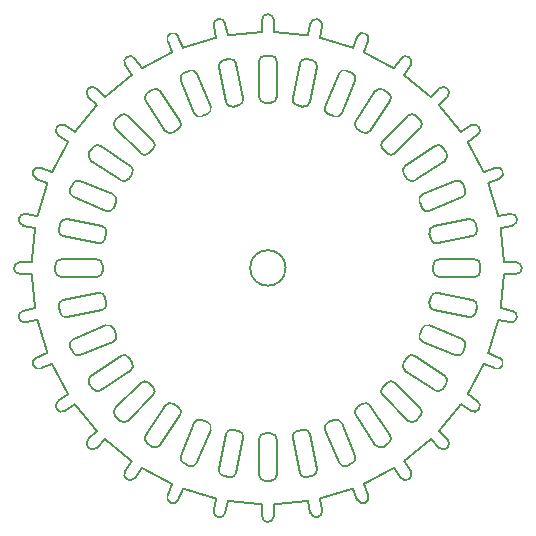
<source format=gbr>
G04 #@! TF.GenerationSoftware,KiCad,Pcbnew,(5.1.5-0-10_14)*
G04 #@! TF.CreationDate,2020-04-05T13:02:15-04:00*
G04 #@! TF.ProjectId,indexingWheel,696e6465-7869-46e6-9757-6865656c2e6b,rev?*
G04 #@! TF.SameCoordinates,Original*
G04 #@! TF.FileFunction,Profile,NP*
%FSLAX46Y46*%
G04 Gerber Fmt 4.6, Leading zero omitted, Abs format (unit mm)*
G04 Created by KiCad (PCBNEW (5.1.5-0-10_14)) date 2020-04-05 13:02:15*
%MOMM*%
%LPD*%
G04 APERTURE LIST*
%ADD10C,0.200000*%
G04 APERTURE END LIST*
D10*
X154911500Y-118830687D02*
X154421107Y-118733142D01*
X155499438Y-118437839D02*
G75*
G02X154911500Y-118830687I-490393J97545D01*
G01*
X156084709Y-115495484D02*
X155499438Y-118437840D01*
X155691861Y-114907546D02*
G75*
G02X156084709Y-115495484I-97545J-490393D01*
G01*
X155201469Y-114810001D02*
X155691861Y-114907546D01*
X154613532Y-115202848D02*
G75*
G02X155201469Y-114810001I490392J-97545D01*
G01*
X154028260Y-118145204D02*
X154613531Y-115202848D01*
X154421108Y-118733142D02*
G75*
G02X154028260Y-118145204I97545J490393D01*
G01*
X148385533Y-116233125D02*
X147969798Y-115955340D01*
X149079053Y-116095175D02*
G75*
G02X148385533Y-116233125I-415735J277785D01*
G01*
X150745763Y-113600768D02*
X149079053Y-116095175D01*
X150607815Y-112907248D02*
G75*
G02X150745763Y-113600768I-277786J-415734D01*
G01*
X150192079Y-112629463D02*
X150607814Y-112907248D01*
X149498560Y-112767412D02*
G75*
G02X150192079Y-112629463I415734J-277785D01*
G01*
X147831848Y-115261820D02*
X149498559Y-112767412D01*
X147969798Y-115955340D02*
G75*
G02X147831848Y-115261820I277785J415735D01*
G01*
X143350369Y-111335912D02*
X143072584Y-110920177D01*
X144043889Y-111473862D02*
G75*
G02X143350369Y-111335912I-277785J415735D01*
G01*
X146538298Y-109807151D02*
X144043889Y-111473862D01*
X146676248Y-109113631D02*
G75*
G02X146538298Y-109807151I-415735J-277785D01*
G01*
X146398462Y-108697896D02*
X146676247Y-109113631D01*
X145704943Y-108559947D02*
G75*
G02X146398462Y-108697896I277785J-415734D01*
G01*
X143210534Y-110226657D02*
X145704942Y-108559947D01*
X143072584Y-110920177D02*
G75*
G02X143210534Y-110226657I415735J277785D01*
G01*
X140572567Y-104884603D02*
X140475022Y-104394210D01*
X141160506Y-105277450D02*
G75*
G02X140572567Y-104884603I-97546J490393D01*
G01*
X144102861Y-104692179D02*
X141160505Y-105277450D01*
X144495709Y-104104241D02*
G75*
G02X144102861Y-104692179I-490393J-97545D01*
G01*
X144398163Y-103613849D02*
X144495708Y-104104241D01*
X143810225Y-103221001D02*
G75*
G02X144398163Y-103613849I97545J-490393D01*
G01*
X140867869Y-103806272D02*
X143810225Y-103221001D01*
X140475022Y-104394211D02*
G75*
G02X140867869Y-103806272I490393J97546D01*
G01*
X140475022Y-97861351D02*
X140572567Y-97370958D01*
X140867870Y-98449289D02*
G75*
G02X140475022Y-97861351I97545J490393D01*
G01*
X143810225Y-99034560D02*
X140867869Y-98449289D01*
X144398163Y-98641712D02*
G75*
G02X143810225Y-99034560I-490393J97545D01*
G01*
X144495708Y-98151320D02*
X144398163Y-98641712D01*
X144102861Y-97563383D02*
G75*
G02X144495708Y-98151320I-97545J-490392D01*
G01*
X141160505Y-96978111D02*
X144102861Y-97563382D01*
X140572567Y-97370959D02*
G75*
G02X141160505Y-96978111I490393J-97545D01*
G01*
X143072584Y-91335384D02*
X143350369Y-90919649D01*
X143210534Y-92028904D02*
G75*
G02X143072584Y-91335384I277785J415735D01*
G01*
X145704942Y-93695614D02*
X143210534Y-92028904D01*
X146398462Y-93557666D02*
G75*
G02X145704942Y-93695614I-415734J277786D01*
G01*
X146676247Y-93141930D02*
X146398462Y-93557665D01*
X146538298Y-92448411D02*
G75*
G02X146676247Y-93141930I-277785J-415734D01*
G01*
X144043889Y-90781699D02*
X146538298Y-92448410D01*
X143350369Y-90919649D02*
G75*
G02X144043889Y-90781699I415735J-277785D01*
G01*
X147969798Y-86300220D02*
X148385533Y-86022435D01*
X147831848Y-86993740D02*
G75*
G02X147969798Y-86300220I415735J277785D01*
G01*
X149498559Y-89488149D02*
X147831848Y-86993740D01*
X150192079Y-89626099D02*
G75*
G02X149498559Y-89488149I-277785J415735D01*
G01*
X150607814Y-89348313D02*
X150192079Y-89626098D01*
X150745763Y-88654794D02*
G75*
G02X150607814Y-89348313I-415734J-277785D01*
G01*
X149079053Y-86160385D02*
X150745763Y-88654793D01*
X148385533Y-86022435D02*
G75*
G02X149079053Y-86160385I277785J-415735D01*
G01*
X154421107Y-83522418D02*
X154911500Y-83424873D01*
X154028260Y-84110357D02*
G75*
G02X154421107Y-83522418I490393J97546D01*
G01*
X154613531Y-87052712D02*
X154028260Y-84110356D01*
X155201469Y-87445560D02*
G75*
G02X154613531Y-87052712I-97545J490393D01*
G01*
X155691861Y-87348014D02*
X155201469Y-87445559D01*
X156084709Y-86760076D02*
G75*
G02X155691861Y-87348014I-490393J-97545D01*
G01*
X155499438Y-83817720D02*
X156084709Y-86760076D01*
X154911499Y-83424873D02*
G75*
G02X155499438Y-83817720I97546J-490393D01*
G01*
X161444359Y-83424873D02*
X161934752Y-83522418D01*
X160856421Y-83817721D02*
G75*
G02X161444359Y-83424873I490393J-97545D01*
G01*
X160271150Y-86760076D02*
X160856421Y-83817720D01*
X160663998Y-87348014D02*
G75*
G02X160271150Y-86760076I97545J490393D01*
G01*
X161154390Y-87445559D02*
X160663998Y-87348014D01*
X161742327Y-87052712D02*
G75*
G02X161154390Y-87445559I-490392J97545D01*
G01*
X162327599Y-84110356D02*
X161742328Y-87052712D01*
X161934751Y-83522418D02*
G75*
G02X162327599Y-84110356I-97545J-490393D01*
G01*
X167970326Y-86022435D02*
X168386061Y-86300220D01*
X167276806Y-86160385D02*
G75*
G02X167970326Y-86022435I415735J-277785D01*
G01*
X165610096Y-88654793D02*
X167276806Y-86160385D01*
X165748044Y-89348313D02*
G75*
G02X165610096Y-88654793I277786J415734D01*
G01*
X166163780Y-89626098D02*
X165748045Y-89348313D01*
X166857299Y-89488149D02*
G75*
G02X166163780Y-89626098I-415734J277785D01*
G01*
X168524011Y-86993740D02*
X166857300Y-89488149D01*
X168386061Y-86300220D02*
G75*
G02X168524011Y-86993740I-277785J-415735D01*
G01*
X173005490Y-90919649D02*
X173283275Y-91335384D01*
X172311970Y-90781699D02*
G75*
G02X173005490Y-90919649I277785J-415735D01*
G01*
X169817561Y-92448410D02*
X172311970Y-90781699D01*
X169679611Y-93141930D02*
G75*
G02X169817561Y-92448410I415735J277785D01*
G01*
X169957397Y-93557665D02*
X169679612Y-93141930D01*
X170650916Y-93695614D02*
G75*
G02X169957397Y-93557665I-277785J415734D01*
G01*
X173145325Y-92028904D02*
X170650917Y-93695614D01*
X173283275Y-91335384D02*
G75*
G02X173145325Y-92028904I-415735J-277785D01*
G01*
X175783292Y-97370958D02*
X175880837Y-97861351D01*
X175195353Y-96978111D02*
G75*
G02X175783292Y-97370958I97546J-490393D01*
G01*
X172252998Y-97563382D02*
X175195354Y-96978111D01*
X171860150Y-98151320D02*
G75*
G02X172252998Y-97563382I490393J97545D01*
G01*
X171957696Y-98641712D02*
X171860151Y-98151320D01*
X172545634Y-99034560D02*
G75*
G02X171957696Y-98641712I-97545J490393D01*
G01*
X175487990Y-98449289D02*
X172545634Y-99034560D01*
X175880837Y-97861350D02*
G75*
G02X175487990Y-98449289I-490393J-97546D01*
G01*
X175880837Y-104394210D02*
X175783292Y-104884603D01*
X175487989Y-103806272D02*
G75*
G02X175880837Y-104394210I-97545J-490393D01*
G01*
X172545634Y-103221001D02*
X175487990Y-103806272D01*
X171957696Y-103613849D02*
G75*
G02X172545634Y-103221001I490393J-97545D01*
G01*
X171860151Y-104104241D02*
X171957696Y-103613849D01*
X172252998Y-104692178D02*
G75*
G02X171860151Y-104104241I97545J490392D01*
G01*
X175195354Y-105277450D02*
X172252998Y-104692179D01*
X175783292Y-104884602D02*
G75*
G02X175195354Y-105277450I-490393J97545D01*
G01*
X173283275Y-110920177D02*
X173005490Y-111335912D01*
X173145325Y-110226657D02*
G75*
G02X173283275Y-110920177I-277785J-415735D01*
G01*
X170650917Y-108559947D02*
X173145325Y-110226657D01*
X169957397Y-108697895D02*
G75*
G02X170650917Y-108559947I415734J-277786D01*
G01*
X169679612Y-109113631D02*
X169957397Y-108697896D01*
X169817561Y-109807150D02*
G75*
G02X169679612Y-109113631I277785J415734D01*
G01*
X172311970Y-111473862D02*
X169817561Y-109807151D01*
X173005490Y-111335912D02*
G75*
G02X172311970Y-111473862I-415735J277785D01*
G01*
X168386061Y-115955340D02*
X167970326Y-116233125D01*
X168524011Y-115261820D02*
G75*
G02X168386061Y-115955340I-415735J-277785D01*
G01*
X166857300Y-112767412D02*
X168524011Y-115261820D01*
X166163780Y-112629462D02*
G75*
G02X166857300Y-112767412I277785J-415735D01*
G01*
X165748045Y-112907248D02*
X166163780Y-112629463D01*
X165610096Y-113600767D02*
G75*
G02X165748045Y-112907248I415734J277785D01*
G01*
X167276806Y-116095175D02*
X165610096Y-113600768D01*
X167970326Y-116233125D02*
G75*
G02X167276806Y-116095175I-277785J415735D01*
G01*
X161934752Y-118733142D02*
X161444359Y-118830687D01*
X162327599Y-118145203D02*
G75*
G02X161934752Y-118733142I-490393J-97546D01*
G01*
X161742328Y-115202848D02*
X162327599Y-118145204D01*
X161154390Y-114810000D02*
G75*
G02X161742328Y-115202848I97545J-490393D01*
G01*
X160663998Y-114907546D02*
X161154390Y-114810001D01*
X160271150Y-115495484D02*
G75*
G02X160663998Y-114907546I490393J97545D01*
G01*
X160856421Y-118437840D02*
X160271150Y-115495484D01*
X161444360Y-118830687D02*
G75*
G02X160856421Y-118437840I-97546J490393D01*
G01*
X154571426Y-121821815D02*
G75*
G02X153590640Y-121626725I-490393J97545D01*
G01*
X153786950Y-120639809D02*
X153590640Y-121626725D01*
X153786950Y-120639810D02*
G75*
G02X150988593Y-119790937I4390979J19512030D01*
G01*
X150603517Y-120720591D02*
X150988593Y-119790937D01*
X150603516Y-120720592D02*
G75*
G02X149679638Y-120337908I-461939J191342D01*
G01*
X150064713Y-119408253D02*
X149679638Y-120337908D01*
X150064713Y-119408253D02*
G75*
G02X147485733Y-118029759I8113216J18280473D01*
G01*
X146926689Y-118866426D02*
X147485733Y-118029759D01*
X146926690Y-118866426D02*
G75*
G02X146095220Y-118310856I-415735J277785D01*
G01*
X146654263Y-117474189D02*
X146095220Y-118310856D01*
X146654263Y-117474189D02*
G75*
G02X144393767Y-115619048I11523666J16346409D01*
G01*
X143682240Y-116330575D02*
X144393767Y-115619048D01*
X143682240Y-116330575D02*
G75*
G02X142975134Y-115623469I-353553J353553D01*
G01*
X143686661Y-114911942D02*
X142975134Y-115623469D01*
X143686661Y-114911943D02*
G75*
G02X141831520Y-112651447I14491268J13784163D01*
G01*
X140994853Y-113210490D02*
X141831520Y-112651447D01*
X140994853Y-113210489D02*
G75*
G02X140439283Y-112379021I-277785J415734D01*
G01*
X141275950Y-111819977D02*
X140439283Y-112379021D01*
X141275950Y-111819978D02*
G75*
G02X139897456Y-109240997I16901979J10692198D01*
G01*
X138967801Y-109626072D02*
X139897456Y-109240997D01*
X138967800Y-109626073D02*
G75*
G02X138585118Y-108702193I-191341J461940D01*
G01*
X139514772Y-108317117D02*
X138585118Y-108702193D01*
X139514772Y-108317117D02*
G75*
G02X138665900Y-105518760I18663157J7189337D01*
G01*
X137678984Y-105715070D02*
X138665900Y-105518760D01*
X137678985Y-105715069D02*
G75*
G02X137483893Y-104734285I-97546J490392D01*
G01*
X138470810Y-104537975D02*
X137483893Y-104734285D01*
X138470809Y-104537974D02*
G75*
G02X138184180Y-101627780I19707120J3410194D01*
G01*
X137177930Y-101627780D02*
X138184180Y-101627780D01*
X137177930Y-101627780D02*
G75*
G02X137177930Y-100627780I0J500000D01*
G01*
X138184180Y-100627780D02*
X137177930Y-100627780D01*
X138184181Y-100627780D02*
G75*
G02X138470810Y-97717586I19993748J-500000D01*
G01*
X137483893Y-97521276D02*
X138470810Y-97717586D01*
X137483894Y-97521277D02*
G75*
G02X137678984Y-96540491I97545J490393D01*
G01*
X138665900Y-96736801D02*
X137678984Y-96540491D01*
X138665899Y-96736801D02*
G75*
G02X139514772Y-93938444I19512030J-4390979D01*
G01*
X138585118Y-93553368D02*
X139514772Y-93938444D01*
X138585117Y-93553367D02*
G75*
G02X138967801Y-92629489I191342J461939D01*
G01*
X139897456Y-93014564D02*
X138967801Y-92629489D01*
X139897456Y-93014564D02*
G75*
G02X141275950Y-90435584I18280473J-8113216D01*
G01*
X140439283Y-89876540D02*
X141275950Y-90435584D01*
X140439283Y-89876541D02*
G75*
G02X140994853Y-89045071I277785J415735D01*
G01*
X141831520Y-89604114D02*
X140994853Y-89045071D01*
X141831520Y-89604114D02*
G75*
G02X143686661Y-87343618I16346409J-11523666D01*
G01*
X142975134Y-86632091D02*
X143686661Y-87343618D01*
X142975134Y-86632091D02*
G75*
G02X143682240Y-85924985I353553J353553D01*
G01*
X144393767Y-86636512D02*
X143682240Y-85924985D01*
X144393768Y-86636512D02*
G75*
G02X146654263Y-84781371I13784161J-14491268D01*
G01*
X146095220Y-83944704D02*
X146654263Y-84781371D01*
X146095221Y-83944704D02*
G75*
G02X146926689Y-83389134I415734J277785D01*
G01*
X147485733Y-84225801D02*
X146926689Y-83389134D01*
X147485732Y-84225801D02*
G75*
G02X150064713Y-82847307I10692197J-16901979D01*
G01*
X149679638Y-81917652D02*
X150064713Y-82847307D01*
X149679637Y-81917651D02*
G75*
G02X150603517Y-81534969I461940J191341D01*
G01*
X150988593Y-82464623D02*
X150603517Y-81534969D01*
X150988593Y-82464624D02*
G75*
G02X153786950Y-81615751I7189336J-18663156D01*
G01*
X153590640Y-80628835D02*
X153786950Y-81615751D01*
X153590641Y-80628836D02*
G75*
G02X154571425Y-80433744I490392J97546D01*
G01*
X154767735Y-81420661D02*
X154571425Y-80433744D01*
X154767735Y-81420660D02*
G75*
G02X157677929Y-81134031I3410194J-19707120D01*
G01*
X157677930Y-80127780D02*
X157677929Y-81134031D01*
X157677930Y-80127780D02*
G75*
G02X158677930Y-80127780I500000J0D01*
G01*
X158677929Y-81134031D02*
X158677930Y-80127780D01*
X158677930Y-81134032D02*
G75*
G02X161588124Y-81420661I-500001J-19993748D01*
G01*
X161784434Y-80433744D02*
X161588124Y-81420661D01*
X161784433Y-80433745D02*
G75*
G02X162765219Y-80628835I490393J-97545D01*
G01*
X162568909Y-81615751D02*
X162765219Y-80628835D01*
X162568909Y-81615750D02*
G75*
G02X165367266Y-82464623I-4390980J-19512030D01*
G01*
X165752342Y-81534969D02*
X165367266Y-82464623D01*
X165752343Y-81534968D02*
G75*
G02X166676221Y-81917652I461939J-191342D01*
G01*
X166291146Y-82847307D02*
X166676221Y-81917652D01*
X166291145Y-82847307D02*
G75*
G02X168870126Y-84225801I-8113216J-18280473D01*
G01*
X169429170Y-83389134D02*
X168870126Y-84225801D01*
X169429169Y-83389134D02*
G75*
G02X170260639Y-83944704I415735J-277785D01*
G01*
X169701596Y-84781371D02*
X170260639Y-83944704D01*
X169701597Y-84781371D02*
G75*
G02X171962092Y-86636512I-11523668J-16346409D01*
G01*
X172673619Y-85924985D02*
X171962092Y-86636512D01*
X172673619Y-85924985D02*
G75*
G02X173380725Y-86632091I353553J-353553D01*
G01*
X172669198Y-87343618D02*
X173380725Y-86632091D01*
X172669198Y-87343618D02*
G75*
G02X174524339Y-89604114I-14491269J-13784162D01*
G01*
X175361006Y-89045071D02*
X174524339Y-89604114D01*
X175361006Y-89045072D02*
G75*
G02X175916576Y-89876540I277785J-415734D01*
G01*
X175079909Y-90435584D02*
X175916576Y-89876540D01*
X175079909Y-90435583D02*
G75*
G02X176458403Y-93014564I-16901980J-10692197D01*
G01*
X177388058Y-92629489D02*
X176458403Y-93014564D01*
X177388059Y-92629488D02*
G75*
G02X177770741Y-93553368I191341J-461940D01*
G01*
X176841087Y-93938444D02*
X177770741Y-93553368D01*
X176841086Y-93938444D02*
G75*
G02X177689959Y-96736801I-18663157J-7189336D01*
G01*
X178676875Y-96540491D02*
X177689959Y-96736801D01*
X178676874Y-96540492D02*
G75*
G02X178871966Y-97521276I97546J-490392D01*
G01*
X177885049Y-97717586D02*
X178871966Y-97521276D01*
X177885050Y-97717586D02*
G75*
G02X178171679Y-100627780I-19707121J-3410194D01*
G01*
X179177929Y-100627780D02*
X178171679Y-100627780D01*
X179177929Y-100627780D02*
G75*
G02X179177929Y-101627780I0J-500000D01*
G01*
X178171679Y-101627780D02*
X179177929Y-101627780D01*
X178171678Y-101627781D02*
G75*
G02X177885049Y-104537975I-19993749J500001D01*
G01*
X178871966Y-104734285D02*
X177885049Y-104537975D01*
X178871965Y-104734284D02*
G75*
G02X178676875Y-105715070I-97545J-490393D01*
G01*
X177689959Y-105518760D02*
X178676875Y-105715070D01*
X177689960Y-105518760D02*
G75*
G02X176841087Y-108317117I-19512031J4390980D01*
G01*
X177770741Y-108702193D02*
X176841087Y-108317117D01*
X177770742Y-108702194D02*
G75*
G02X177388058Y-109626072I-191342J-461939D01*
G01*
X176458403Y-109240997D02*
X177388058Y-109626072D01*
X176458403Y-109240996D02*
G75*
G02X175079909Y-111819977I-18280474J8113216D01*
G01*
X175916576Y-112379021D02*
X175079909Y-111819977D01*
X175916576Y-112379020D02*
G75*
G02X175361006Y-113210490I-277785J-415735D01*
G01*
X174524339Y-112651447D02*
X175361006Y-113210490D01*
X174524339Y-112651446D02*
G75*
G02X172669198Y-114911942I-16346410J11523666D01*
G01*
X173380725Y-115623469D02*
X172669198Y-114911942D01*
X173380725Y-115623469D02*
G75*
G02X172673619Y-116330575I-353553J-353553D01*
G01*
X171962092Y-115619048D02*
X172673619Y-116330575D01*
X171962092Y-115619048D02*
G75*
G02X169701596Y-117474189I-13784163J14491268D01*
G01*
X170260639Y-118310856D02*
X169701596Y-117474189D01*
X170260638Y-118310856D02*
G75*
G02X169429170Y-118866426I-415734J-277785D01*
G01*
X168870126Y-118029759D02*
X169429170Y-118866426D01*
X168870127Y-118029759D02*
G75*
G02X166291146Y-119408253I-10692198J16901979D01*
G01*
X166676221Y-120337908D02*
X166291146Y-119408253D01*
X166676222Y-120337909D02*
G75*
G02X165752342Y-120720591I-461940J-191341D01*
G01*
X165367266Y-119790937D02*
X165752342Y-120720591D01*
X165367266Y-119790937D02*
G75*
G02X162568909Y-120639809I-7189337J18663157D01*
G01*
X162765219Y-121626725D02*
X162568909Y-120639809D01*
X162765218Y-121626724D02*
G75*
G02X161784434Y-121821816I-490392J-97546D01*
G01*
X161588124Y-120834899D02*
X161784434Y-121821816D01*
X161588124Y-120834900D02*
G75*
G02X158677930Y-121121529I-3410195J19707120D01*
G01*
X158677929Y-122127779D02*
X158677930Y-121121529D01*
X158677929Y-122127779D02*
G75*
G02X157677929Y-122127779I-500000J0D01*
G01*
X157677930Y-121121529D02*
X157677929Y-122127779D01*
X157677929Y-121121528D02*
G75*
G02X154767735Y-120834899I500000J19993748D01*
G01*
X154571425Y-121821816D02*
X154767735Y-120834899D01*
X158427929Y-119127779D02*
X157927929Y-119127779D01*
X158927929Y-118627779D02*
G75*
G02X158427929Y-119127779I-500000J0D01*
G01*
X158927929Y-115627779D02*
X158927929Y-118627779D01*
X158427929Y-115127779D02*
G75*
G02X158927929Y-115627779I0J-500000D01*
G01*
X157927929Y-115127779D02*
X158427929Y-115127779D01*
X157427929Y-115627779D02*
G75*
G02X157927929Y-115127779I500000J0D01*
G01*
X157427929Y-118627779D02*
X157427929Y-115627779D01*
X157927929Y-119127779D02*
G75*
G02X157427929Y-118627779I0J500000D01*
G01*
X165297201Y-117661940D02*
X164835261Y-117853282D01*
X165567799Y-117008658D02*
G75*
G02X165297201Y-117661940I-461940J-191342D01*
G01*
X164419749Y-114237021D02*
X165567799Y-117008659D01*
X163766468Y-113966422D02*
G75*
G02X164419749Y-114237021I191341J-461940D01*
G01*
X163304528Y-114157765D02*
X163766467Y-113966423D01*
X163033930Y-114811045D02*
G75*
G02X163304528Y-114157765I461939J191341D01*
G01*
X164181980Y-117582684D02*
X163033930Y-114811045D01*
X164835262Y-117853282D02*
G75*
G02X164181980Y-117582684I-191342J461940D01*
G01*
X171082628Y-113678926D02*
X170729075Y-114032479D01*
X171082629Y-112971819D02*
G75*
G02X171082628Y-113678926I-353554J-353553D01*
G01*
X168961308Y-110850499D02*
X171082628Y-112971819D01*
X168254202Y-110850499D02*
G75*
G02X168961308Y-110850499I353553J-353553D01*
G01*
X167900648Y-111204052D02*
X168254201Y-110850499D01*
X167900647Y-111911159D02*
G75*
G02X167900648Y-111204052I353554J353553D01*
G01*
X170021968Y-114032479D02*
X167900648Y-111911159D01*
X170729074Y-114032479D02*
G75*
G02X170021968Y-114032479I-353553J353553D01*
G01*
X174903432Y-107785112D02*
X174712090Y-108247052D01*
X174632833Y-107131831D02*
G75*
G02X174903432Y-107785112I-191341J-461940D01*
G01*
X171861195Y-105983781D02*
X174632834Y-107131831D01*
X171207915Y-106254379D02*
G75*
G02X171861195Y-105983781I461939J-191341D01*
G01*
X171016572Y-106716318D02*
X171207914Y-106254379D01*
X171287170Y-107369600D02*
G75*
G02X171016572Y-106716318I191342J461940D01*
G01*
X174058809Y-108517650D02*
X171287170Y-107369600D01*
X174712090Y-108247051D02*
G75*
G02X174058809Y-108517650I-461940J191341D01*
G01*
X176177929Y-100877780D02*
X176177929Y-101377780D01*
X175677929Y-100377780D02*
G75*
G02X176177929Y-100877780I0J-500000D01*
G01*
X172677929Y-100377780D02*
X175677929Y-100377780D01*
X172177929Y-100877780D02*
G75*
G02X172677929Y-100377780I500000J0D01*
G01*
X172177929Y-101377780D02*
X172177929Y-100877780D01*
X172677929Y-101877780D02*
G75*
G02X172177929Y-101377780I0J500000D01*
G01*
X175677929Y-101877780D02*
X172677929Y-101877780D01*
X176177929Y-101377780D02*
G75*
G02X175677929Y-101877780I-500000J0D01*
G01*
X174712090Y-94008509D02*
X174903432Y-94470449D01*
X174058808Y-93737911D02*
G75*
G02X174712090Y-94008509I191342J-461940D01*
G01*
X171287170Y-94885961D02*
X174058809Y-93737911D01*
X171016572Y-95539243D02*
G75*
G02X171287170Y-94885961I461940J191342D01*
G01*
X171207914Y-96001182D02*
X171016572Y-95539243D01*
X171861195Y-96271781D02*
G75*
G02X171207914Y-96001182I-191341J461940D01*
G01*
X174632834Y-95123730D02*
X171861195Y-96271780D01*
X174903432Y-94470448D02*
G75*
G02X174632834Y-95123730I-461940J-191342D01*
G01*
X170729075Y-88223082D02*
X171082628Y-88576635D01*
X170021968Y-88223081D02*
G75*
G02X170729075Y-88223082I353553J-353554D01*
G01*
X167900648Y-90344402D02*
X170021968Y-88223082D01*
X167900648Y-91051508D02*
G75*
G02X167900648Y-90344402I353553J353553D01*
G01*
X168254201Y-91405062D02*
X167900648Y-91051509D01*
X168961308Y-91405063D02*
G75*
G02X168254201Y-91405062I-353553J353554D01*
G01*
X171082628Y-89283742D02*
X168961308Y-91405062D01*
X171082628Y-88576636D02*
G75*
G02X171082628Y-89283742I-353553J-353553D01*
G01*
X164835261Y-84402278D02*
X165297201Y-84593620D01*
X164181980Y-84672877D02*
G75*
G02X164835261Y-84402278I461940J-191341D01*
G01*
X163033930Y-87444515D02*
X164181980Y-84672876D01*
X163304528Y-88097795D02*
G75*
G02X163033930Y-87444515I191341J461939D01*
G01*
X163766467Y-88289138D02*
X163304528Y-88097796D01*
X164419749Y-88018540D02*
G75*
G02X163766467Y-88289138I-461940J191342D01*
G01*
X165567799Y-85246901D02*
X164419749Y-88018540D01*
X165297200Y-84593620D02*
G75*
G02X165567799Y-85246901I-191341J-461940D01*
G01*
X157927930Y-83127780D02*
X158427930Y-83127780D01*
X157427930Y-83627780D02*
G75*
G02X157927930Y-83127780I500000J0D01*
G01*
X157427930Y-86627780D02*
X157427930Y-83627780D01*
X157927930Y-87127780D02*
G75*
G02X157427930Y-86627780I0J500000D01*
G01*
X158427930Y-87127780D02*
X157927930Y-87127780D01*
X158927930Y-86627780D02*
G75*
G02X158427930Y-87127780I-500000J0D01*
G01*
X158927930Y-83627780D02*
X158927930Y-86627780D01*
X158427930Y-83127780D02*
G75*
G02X158927930Y-83627780I0J-500000D01*
G01*
X151058658Y-84593620D02*
X151520598Y-84402278D01*
X150788060Y-85246902D02*
G75*
G02X151058658Y-84593620I461940J191342D01*
G01*
X151936110Y-88018540D02*
X150788060Y-85246901D01*
X152589392Y-88289138D02*
G75*
G02X151936110Y-88018540I-191342J461940D01*
G01*
X153051331Y-88097796D02*
X152589392Y-88289138D01*
X153321930Y-87444515D02*
G75*
G02X153051331Y-88097796I-461940J-191341D01*
G01*
X152173879Y-84672876D02*
X153321929Y-87444515D01*
X151520597Y-84402278D02*
G75*
G02X152173879Y-84672876I191342J-461940D01*
G01*
X145273231Y-88576635D02*
X145626784Y-88223082D01*
X145273230Y-89283742D02*
G75*
G02X145273231Y-88576635I353554J353553D01*
G01*
X147394551Y-91405062D02*
X145273231Y-89283742D01*
X148101657Y-91405062D02*
G75*
G02X147394551Y-91405062I-353553J353553D01*
G01*
X148455211Y-91051509D02*
X148101658Y-91405062D01*
X148455212Y-90344402D02*
G75*
G02X148455211Y-91051509I-353554J-353553D01*
G01*
X146333891Y-88223082D02*
X148455211Y-90344402D01*
X145626785Y-88223082D02*
G75*
G02X146333891Y-88223082I353553J-353553D01*
G01*
X141452427Y-94470449D02*
X141643769Y-94008509D01*
X141723026Y-95123730D02*
G75*
G02X141452427Y-94470449I191341J461940D01*
G01*
X144494664Y-96271780D02*
X141723025Y-95123730D01*
X145147944Y-96001182D02*
G75*
G02X144494664Y-96271780I-461939J191341D01*
G01*
X145339287Y-95539243D02*
X145147945Y-96001182D01*
X145068689Y-94885961D02*
G75*
G02X145339287Y-95539243I-191342J-461940D01*
G01*
X142297050Y-93737911D02*
X145068689Y-94885961D01*
X141643769Y-94008510D02*
G75*
G02X142297050Y-93737911I461940J-191341D01*
G01*
X140177930Y-101377780D02*
X140177930Y-100877780D01*
X140677930Y-101877780D02*
G75*
G02X140177930Y-101377780I0J500000D01*
G01*
X143677930Y-101877780D02*
X140677930Y-101877780D01*
X144177930Y-101377780D02*
G75*
G02X143677930Y-101877780I-500000J0D01*
G01*
X144177930Y-100877780D02*
X144177930Y-101377780D01*
X143677930Y-100377780D02*
G75*
G02X144177930Y-100877780I0J-500000D01*
G01*
X140677930Y-100377780D02*
X143677930Y-100377780D01*
X140177930Y-100877780D02*
G75*
G02X140677930Y-100377780I500000J0D01*
G01*
X141643769Y-108247052D02*
X141452427Y-107785112D01*
X142297051Y-108517650D02*
G75*
G02X141643769Y-108247052I-191342J461940D01*
G01*
X145068689Y-107369600D02*
X142297050Y-108517650D01*
X145339287Y-106716318D02*
G75*
G02X145068689Y-107369600I-461940J-191342D01*
G01*
X145147945Y-106254379D02*
X145339287Y-106716318D01*
X144494664Y-105983780D02*
G75*
G02X145147945Y-106254379I191341J-461940D01*
G01*
X141723025Y-107131831D02*
X144494664Y-105983781D01*
X141452427Y-107785113D02*
G75*
G02X141723025Y-107131831I461940J191342D01*
G01*
X145626784Y-114032479D02*
X145273231Y-113678926D01*
X146333891Y-114032480D02*
G75*
G02X145626784Y-114032479I-353553J353554D01*
G01*
X148455211Y-111911159D02*
X146333891Y-114032479D01*
X148455211Y-111204053D02*
G75*
G02X148455211Y-111911159I-353553J-353553D01*
G01*
X148101658Y-110850499D02*
X148455211Y-111204052D01*
X147394551Y-110850498D02*
G75*
G02X148101658Y-110850499I353553J-353554D01*
G01*
X145273231Y-112971819D02*
X147394551Y-110850499D01*
X145273231Y-113678925D02*
G75*
G02X145273231Y-112971819I353553J353553D01*
G01*
X151520598Y-117853282D02*
X151058658Y-117661940D01*
X152173879Y-117582683D02*
G75*
G02X151520598Y-117853282I-461940J191341D01*
G01*
X153321929Y-114811045D02*
X152173879Y-117582684D01*
X153051331Y-114157765D02*
G75*
G02X153321929Y-114811045I-191341J-461939D01*
G01*
X152589392Y-113966423D02*
X153051331Y-114157765D01*
X151936111Y-114237020D02*
G75*
G02X152589392Y-113966423I461939J-191342D01*
G01*
X150788060Y-117008659D02*
X151936110Y-114237021D01*
X151058659Y-117661940D02*
G75*
G02X150788060Y-117008659I191341J461940D01*
G01*
X159677839Y-101112157D02*
G75*
G03X159677839Y-101112157I-1500000J0D01*
G01*
M02*

</source>
